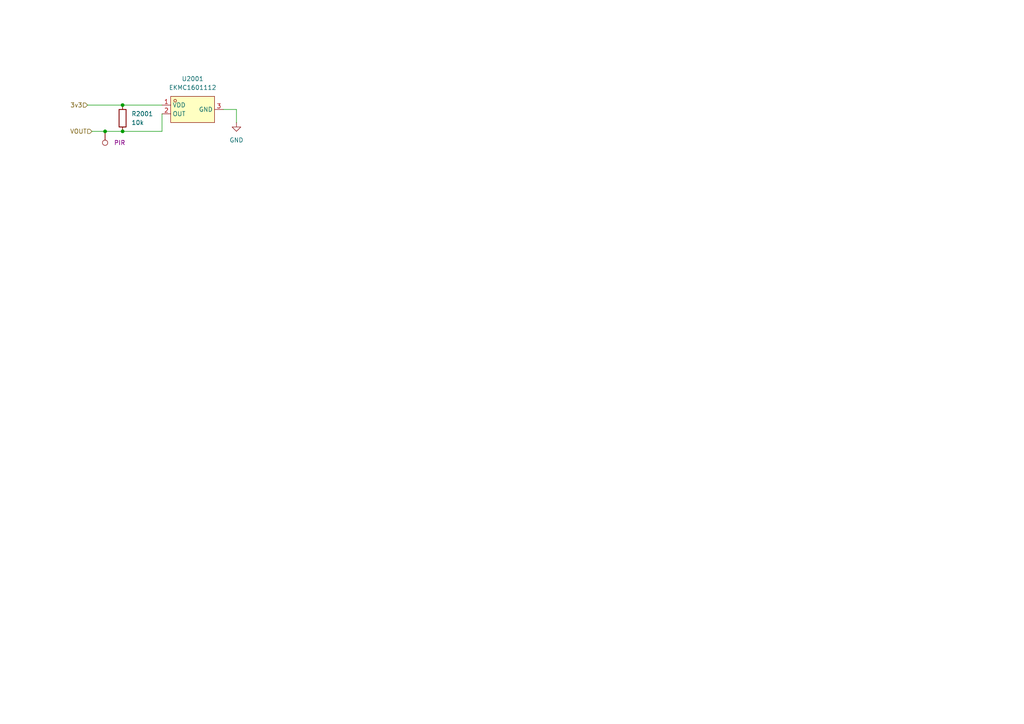
<source format=kicad_sch>
(kicad_sch (version 20231120) (generator "eeschema") (generator_version "8.0")
  (paper "A4")
  (lib_symbols
    (symbol "Device:R" (pin_numbers hide) (pin_names (offset 0))
      (property "Reference" "R" (at 2.032 0 90))
      (property "Value" "R" (at 0 0 90))
      (symbol "R_0_1"
        (rectangle (start -1.016 -2.54) (end 1.016 2.54) (stroke (width 0.254)))
      )
      (symbol "R_1_1"
        (pin passive line (at 0 3.81 270) (length 1.27) (name "~") (number "1"))
        (pin passive line (at 0 -3.81 90) (length 1.27) (name "~") (number "2"))
      )
    )
    (symbol "easyeda2kicad:EKMC1601112"
      (property "Reference" "U" (at 0 6.35 0))
      (property "Value" "EKMC1601112" (at 0 -6.35 0))
      (symbol "EKMC1601112_0_1"
        (rectangle (start -6.35 3.81) (end 6.35 -3.81) (fill (type background)))
        (circle (center -5.08 2.54) (radius 0.38))
        (pin unspecified line (at -8.89 1.27 0) (length 2.54) (name "VDD") (number "1"))
        (pin unspecified line (at -8.89 -1.27 0) (length 2.54) (name "OUT") (number "2"))
        (pin unspecified line (at 8.89 0 180) (length 2.54) (name "GND") (number "3"))
      )
    )
    (symbol "easyeda2kicad:LabeledTestPoint" (pin_numbers hide) (pin_names (offset 0.762) hide) (in_bom no)
      (property "Label" "label" (at 0 5.08 0))
      (symbol "LabeledTestPoint_0_1"
        (circle (center 0 3.302) (radius 0.762))
      )
      (symbol "LabeledTestPoint_1_1"
        (pin passive line (at 0 0 90) (length 2.54) (name "1") (number "1"))
      )
    )
    (symbol "power:GND" (power) (pin_numbers hide) (pin_names (offset 0) hide)
      (property "Value" "GND" (at 0 -3.81 0))
      (symbol "GND_0_1"
        (polyline (pts (xy 0 0) (xy 0 -1.27) (xy 1.27 -1.27) (xy 0 -2.54) (xy -1.27 -1.27) (xy 0 -1.27)))
      )
      (symbol "GND_1_1"
        (pin power_in line (at 0 0 270) (length 0) (name "~") (number "1"))
      )
    )
  )
  (junction (at 35.56 30.48))
  (junction (at 35.56 38.1))
  (junction (at 30.48 38.1))
  (wire (pts (xy 26.67 38.1) (xy 30.48 38.1)))
  (wire (pts (xy 68.58 35.56) (xy 68.58 31.75)))
  (wire (pts (xy 46.99 33.02) (xy 46.99 38.1)))
  (wire (pts (xy 35.56 30.48) (xy 46.99 30.48)))
  (wire (pts (xy 46.99 38.1) (xy 35.56 38.1)))
  (wire (pts (xy 25.4 30.48) (xy 35.56 30.48)))
  (wire (pts (xy 30.48 38.1) (xy 35.56 38.1)))
  (wire (pts (xy 68.58 31.75) (xy 64.77 31.75)))
  (hierarchical_label "VOUT" (shape input) (at 26.67 38.1 180))
  (hierarchical_label "3v3" (shape input) (at 25.4 30.48 180))
  (symbol (lib_id "easyeda2kicad:EKMC1601112") (at 55.88 31.75 0) (unit 1)
    (property "Reference" "U2001" (at 55.88 22.86 0))
    (property "Value" "EKMC1601112" (at 55.88 25.4 0))
    (property "Footprint" "easyeda2kicad:SENSOR-TH_EKMC1601111" (effects (hide yes)))
    (property "LCSC Part" "C5128270" (effects (hide yes)))
  )
  (symbol (lib_id "power:GND") (at 68.58 35.56 0) (unit 1)
    (property "Reference" "#PWR02001" (effects (hide yes)))
    (property "Value" "GND" (at 68.58 40.64 0))
    (property "Description" "Power symbol creates a global label with name \"GND\" , ground" (effects (hide yes)))
  )
  (symbol (lib_id "easyeda2kicad:LabeledTestPoint") (at 30.48 38.1 180) (unit 1) (in_bom no)
    (property "Reference" "TP1901" (effects (hide yes)))
    (property "Value" "LabeledTestPoint" (effects (hide yes)))
    (property "Footprint" "easyeda2kicad:LabeledTestPoint" (effects (hide yes)))
    (property "Description" "test point" (effects (hide yes)))
    (property "Label" "PIR" (at 33.02 41.4019 0) (effects (justify right)))
  )
  (symbol (lib_id "Device:R") (at 35.56 34.29 0) (unit 1)
    (property "Reference" "R2001" (at 38.1 33.0199 0) (effects (justify left)))
    (property "Value" "10k" (at 38.1 35.5599 0) (effects (justify left)))
    (property "Footprint" "Resistor_SMD:R_0603_1608Metric" (effects (hide yes)))
    (property "Description" "Resistor" (effects (hide yes)))
  )
)
</source>
